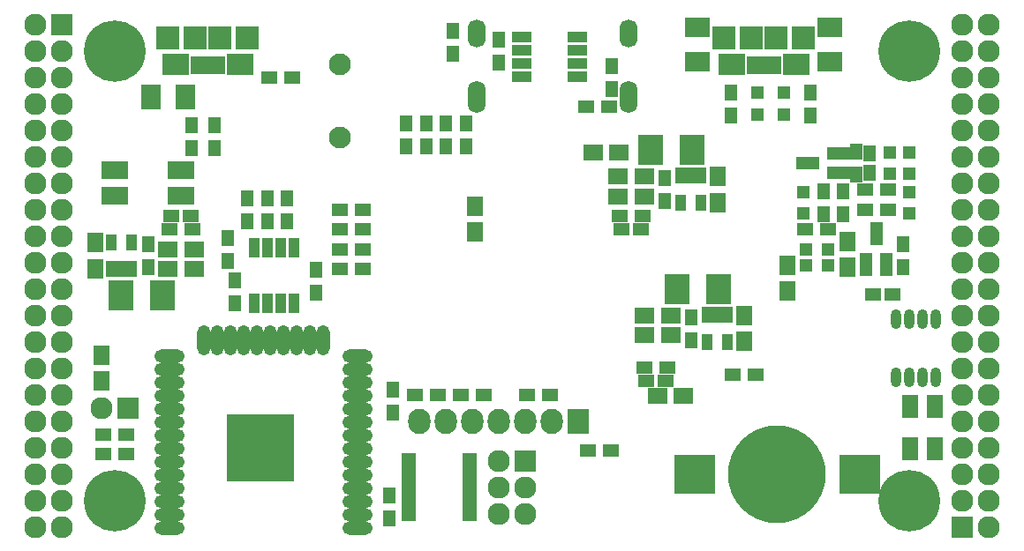
<source format=gbs>
G04 #@! TF.FileFunction,Soldermask,Bot*
%FSLAX46Y46*%
G04 Gerber Fmt 4.6, Leading zero omitted, Abs format (unit mm)*
G04 Created by KiCad (PCBNEW 4.0.5+dfsg1-4) date Thu Jul  6 11:20:48 2017*
%MOMM*%
%LPD*%
G01*
G04 APERTURE LIST*
%ADD10C,0.100000*%
%ADD11R,3.900000X3.700000*%
%ADD12C,9.400000*%
%ADD13R,2.432000X1.924000*%
%ADD14R,2.400000X2.900000*%
%ADD15R,1.100000X1.600000*%
%ADD16R,1.650000X1.900000*%
%ADD17R,1.900000X1.650000*%
%ADD18R,1.924000X2.432000*%
%ADD19O,1.009600X1.873200*%
%ADD20R,1.200000X1.300000*%
%ADD21R,1.300000X1.200000*%
%ADD22C,2.100000*%
%ADD23R,1.200000X2.300000*%
%ADD24R,2.300000X1.200000*%
%ADD25R,1.600000X1.150000*%
%ADD26R,1.150000X1.600000*%
%ADD27R,1.600000X1.300000*%
%ADD28R,1.300000X1.600000*%
%ADD29O,1.700000X3.100000*%
%ADD30O,1.700000X2.700000*%
%ADD31R,1.000000X1.950000*%
%ADD32R,1.950000X1.000000*%
%ADD33O,2.900000X1.300000*%
%ADD34O,1.300000X2.900000*%
%ADD35R,6.400000X6.400000*%
%ADD36R,2.127200X2.127200*%
%ADD37O,2.127200X2.127200*%
%ADD38C,5.900000*%
%ADD39R,1.400000X0.800000*%
%ADD40R,1.600000X2.200000*%
%ADD41R,2.600000X1.800000*%
%ADD42R,2.127200X2.432000*%
%ADD43O,2.127200X2.432000*%
%ADD44R,2.500000X2.000000*%
%ADD45R,2.300000X2.300000*%
%ADD46R,0.800000X1.750000*%
%ADD47R,2.200000X2.300000*%
G04 APERTURE END LIST*
D10*
D11*
X174390000Y-105870000D03*
X158590000Y-105870000D03*
D12*
X166490000Y-105870000D03*
D13*
X171570000Y-62944000D03*
X171570000Y-66246000D03*
D14*
X160870000Y-88090000D03*
X156870000Y-88090000D03*
D15*
X159825000Y-90600000D03*
X160775000Y-90600000D03*
X161725000Y-90600000D03*
X161725000Y-93200000D03*
X159825000Y-93200000D03*
D14*
X158330000Y-74755000D03*
X154330000Y-74755000D03*
D15*
X157285000Y-77235000D03*
X158235000Y-77235000D03*
X159185000Y-77235000D03*
X159185000Y-79835000D03*
X157285000Y-79835000D03*
D14*
X103530000Y-88725000D03*
X107530000Y-88725000D03*
D15*
X104575000Y-86215000D03*
X103625000Y-86215000D03*
X102675000Y-86215000D03*
X102675000Y-83615000D03*
X104575000Y-83615000D03*
D16*
X101085000Y-83665000D03*
X101085000Y-86165000D03*
D17*
X153810000Y-90630000D03*
X156310000Y-90630000D03*
X153810000Y-92535000D03*
X156310000Y-92535000D03*
D16*
X163315000Y-93150000D03*
X163315000Y-90650000D03*
D17*
X151270000Y-79200000D03*
X153770000Y-79200000D03*
X151270000Y-77295000D03*
X153770000Y-77295000D03*
D16*
X160775000Y-79815000D03*
X160775000Y-77315000D03*
D17*
X110590000Y-84280000D03*
X108090000Y-84280000D03*
X110590000Y-86185000D03*
X108090000Y-86185000D03*
D18*
X106419000Y-69675000D03*
X109721000Y-69675000D03*
D13*
X158870000Y-66246000D03*
X158870000Y-62944000D03*
D19*
X181730000Y-96599000D03*
X180460000Y-96599000D03*
X179190000Y-96599000D03*
X177920000Y-96599000D03*
X177920000Y-91011000D03*
X179190000Y-91011000D03*
X180460000Y-91011000D03*
X181730000Y-91011000D03*
D16*
X173221000Y-86038000D03*
X173221000Y-83538000D03*
D20*
X169250000Y-84280000D03*
X171350000Y-84280000D03*
D21*
X179190000Y-80885000D03*
X179190000Y-78785000D03*
X177285000Y-74975000D03*
X177285000Y-77075000D03*
X169030000Y-80885000D03*
X169030000Y-78785000D03*
D22*
X124580000Y-66540000D03*
X124580000Y-73540000D03*
D23*
X176965000Y-85780000D03*
X175065000Y-85780000D03*
X176015000Y-82780000D03*
D24*
X172435000Y-75075000D03*
X172435000Y-76975000D03*
X169435000Y-76025000D03*
D25*
X153910000Y-96910000D03*
X155810000Y-96910000D03*
X151570000Y-82375000D03*
X153470000Y-82375000D03*
X110290000Y-81105000D03*
X108390000Y-81105000D03*
D26*
X175380000Y-75075000D03*
X175380000Y-76975000D03*
D27*
X169200000Y-82375000D03*
X171400000Y-82375000D03*
D28*
X172840000Y-80935000D03*
X172840000Y-78735000D03*
D27*
X177115000Y-80470000D03*
X174915000Y-80470000D03*
D28*
X174110000Y-74925000D03*
X174110000Y-77125000D03*
X178555000Y-83815000D03*
X178555000Y-86015000D03*
X113785000Y-83180000D03*
X113785000Y-85380000D03*
X170935000Y-80935000D03*
X170935000Y-78735000D03*
X129280000Y-107900000D03*
X129280000Y-110100000D03*
D27*
X150572000Y-103584000D03*
X148372000Y-103584000D03*
X177115000Y-78565000D03*
X174915000Y-78565000D03*
X153760000Y-95640000D03*
X155960000Y-95640000D03*
X110440000Y-82375000D03*
X108240000Y-82375000D03*
X151420000Y-81105000D03*
X153620000Y-81105000D03*
D28*
X158235000Y-90800000D03*
X158235000Y-93000000D03*
X106165000Y-86015000D03*
X106165000Y-83815000D03*
X155695000Y-77465000D03*
X155695000Y-79665000D03*
D27*
X126782000Y-86185000D03*
X124582000Y-86185000D03*
X126782000Y-84279000D03*
X124582000Y-84279000D03*
X126782000Y-82375000D03*
X124582000Y-82375000D03*
X126782000Y-80470000D03*
X124582000Y-80470000D03*
D28*
X130930000Y-74417000D03*
X130930000Y-72217000D03*
X132835000Y-74417000D03*
X132835000Y-72217000D03*
X134740000Y-74417000D03*
X134740000Y-72217000D03*
X136645000Y-74417000D03*
X136645000Y-72217000D03*
D29*
X152280000Y-69650000D03*
X137680000Y-69650000D03*
D30*
X137680000Y-63600000D03*
X152280000Y-63600000D03*
D31*
X116325000Y-84120000D03*
X117595000Y-84120000D03*
X118865000Y-84120000D03*
X120135000Y-84120000D03*
X120135000Y-89520000D03*
X118865000Y-89520000D03*
X117595000Y-89520000D03*
X116325000Y-89520000D03*
D25*
X175700000Y-88598000D03*
X177600000Y-88598000D03*
D32*
X141980000Y-67705000D03*
X141980000Y-66435000D03*
X141980000Y-65165000D03*
X141980000Y-63895000D03*
X147380000Y-63895000D03*
X147380000Y-65165000D03*
X147380000Y-66435000D03*
X147380000Y-67705000D03*
D20*
X171350000Y-85804000D03*
X169250000Y-85804000D03*
D21*
X179190000Y-77075000D03*
X179190000Y-74975000D03*
D33*
X126260434Y-111030338D03*
X126260434Y-109760338D03*
X126260434Y-108490338D03*
X126260434Y-107220338D03*
X126260434Y-105950338D03*
X126260434Y-104680338D03*
X126260434Y-103410338D03*
X126260434Y-102140338D03*
X126260434Y-100870338D03*
X126260434Y-99600338D03*
X126260434Y-98330338D03*
X126260434Y-97060338D03*
X126260434Y-95790338D03*
X126260434Y-94520338D03*
D34*
X122975434Y-93030338D03*
X121705434Y-93030338D03*
X120435434Y-93030338D03*
X119165434Y-93030338D03*
X117895434Y-93030338D03*
X116625434Y-93030338D03*
X115355434Y-93030338D03*
X114085434Y-93030338D03*
X112815434Y-93030338D03*
X111545434Y-93030338D03*
D33*
X108260434Y-94520338D03*
X108260434Y-95790338D03*
X108260434Y-97060338D03*
X108260434Y-98330338D03*
X108260434Y-99600338D03*
X108260434Y-100870338D03*
X108260434Y-102140338D03*
X108260434Y-103410338D03*
X108260434Y-104680338D03*
X108260434Y-105950338D03*
X108260434Y-107220338D03*
X108260434Y-108490338D03*
X108260434Y-109760338D03*
X108260434Y-111030338D03*
D35*
X116960434Y-103330338D03*
D36*
X97910000Y-62690000D03*
D37*
X95370000Y-62690000D03*
X97910000Y-65230000D03*
X95370000Y-65230000D03*
X97910000Y-67770000D03*
X95370000Y-67770000D03*
X97910000Y-70310000D03*
X95370000Y-70310000D03*
X97910000Y-72850000D03*
X95370000Y-72850000D03*
X97910000Y-75390000D03*
X95370000Y-75390000D03*
X97910000Y-77930000D03*
X95370000Y-77930000D03*
X97910000Y-80470000D03*
X95370000Y-80470000D03*
X97910000Y-83010000D03*
X95370000Y-83010000D03*
X97910000Y-85550000D03*
X95370000Y-85550000D03*
X97910000Y-88090000D03*
X95370000Y-88090000D03*
X97910000Y-90630000D03*
X95370000Y-90630000D03*
X97910000Y-93170000D03*
X95370000Y-93170000D03*
X97910000Y-95710000D03*
X95370000Y-95710000D03*
X97910000Y-98250000D03*
X95370000Y-98250000D03*
X97910000Y-100790000D03*
X95370000Y-100790000D03*
X97910000Y-103330000D03*
X95370000Y-103330000D03*
X97910000Y-105870000D03*
X95370000Y-105870000D03*
X97910000Y-108410000D03*
X95370000Y-108410000D03*
X97910000Y-110950000D03*
X95370000Y-110950000D03*
D36*
X184270000Y-110950000D03*
D37*
X186810000Y-110950000D03*
X184270000Y-108410000D03*
X186810000Y-108410000D03*
X184270000Y-105870000D03*
X186810000Y-105870000D03*
X184270000Y-103330000D03*
X186810000Y-103330000D03*
X184270000Y-100790000D03*
X186810000Y-100790000D03*
X184270000Y-98250000D03*
X186810000Y-98250000D03*
X184270000Y-95710000D03*
X186810000Y-95710000D03*
X184270000Y-93170000D03*
X186810000Y-93170000D03*
X184270000Y-90630000D03*
X186810000Y-90630000D03*
X184270000Y-88090000D03*
X186810000Y-88090000D03*
X184270000Y-85550000D03*
X186810000Y-85550000D03*
X184270000Y-83010000D03*
X186810000Y-83010000D03*
X184270000Y-80470000D03*
X186810000Y-80470000D03*
X184270000Y-77930000D03*
X186810000Y-77930000D03*
X184270000Y-75390000D03*
X186810000Y-75390000D03*
X184270000Y-72850000D03*
X186810000Y-72850000D03*
X184270000Y-70310000D03*
X186810000Y-70310000D03*
X184270000Y-67770000D03*
X186810000Y-67770000D03*
X184270000Y-65230000D03*
X186810000Y-65230000D03*
X184270000Y-62690000D03*
X186810000Y-62690000D03*
D38*
X102990000Y-108410000D03*
X179190000Y-108410000D03*
X179190000Y-65230000D03*
X102990000Y-65230000D03*
D21*
X167125000Y-69260000D03*
X167125000Y-71360000D03*
X164585000Y-69260000D03*
X164585000Y-71360000D03*
D28*
X162045000Y-71410000D03*
X162045000Y-69210000D03*
X139820000Y-66330000D03*
X139820000Y-64130000D03*
X135375000Y-63300000D03*
X135375000Y-65500000D03*
X150615000Y-68870000D03*
X150615000Y-66670000D03*
D27*
X150380000Y-70600000D03*
X148180000Y-70600000D03*
D39*
X137005000Y-104215000D03*
X137005000Y-104865000D03*
X137005000Y-105515000D03*
X137005000Y-106165000D03*
X137005000Y-106815000D03*
X137005000Y-107465000D03*
X137005000Y-108115000D03*
X137005000Y-108765000D03*
X137005000Y-109415000D03*
X137005000Y-110065000D03*
X131205000Y-110065000D03*
X131205000Y-109415000D03*
X131205000Y-108765000D03*
X131205000Y-108115000D03*
X131205000Y-107465000D03*
X131205000Y-106815000D03*
X131205000Y-106165000D03*
X131205000Y-105515000D03*
X131205000Y-104865000D03*
X131205000Y-104215000D03*
D28*
X119500000Y-79370000D03*
X119500000Y-81570000D03*
X114480000Y-89500000D03*
X114480000Y-87300000D03*
X129660000Y-99985000D03*
X129660000Y-97785000D03*
X117595000Y-79370000D03*
X117595000Y-81570000D03*
X122280000Y-86300000D03*
X122280000Y-88500000D03*
X115690000Y-79370000D03*
X115690000Y-81570000D03*
D27*
X144730000Y-98250000D03*
X142530000Y-98250000D03*
X138380000Y-98250000D03*
X136180000Y-98250000D03*
X133935000Y-98250000D03*
X131735000Y-98250000D03*
X101890000Y-103965000D03*
X104090000Y-103965000D03*
D40*
X179260000Y-99425000D03*
X179260000Y-103425000D03*
X181660000Y-103425000D03*
X181660000Y-99425000D03*
D41*
X109315000Y-79180000D03*
X103015000Y-79180000D03*
X103015000Y-76680000D03*
X109315000Y-76680000D03*
D36*
X104260000Y-99520000D03*
D37*
X101720000Y-99520000D03*
D42*
X147440000Y-100790000D03*
D43*
X144900000Y-100790000D03*
X142360000Y-100790000D03*
X139820000Y-100790000D03*
X137280000Y-100790000D03*
X134740000Y-100790000D03*
X132200000Y-100790000D03*
D27*
X101890000Y-102060000D03*
X104090000Y-102060000D03*
D44*
X108780000Y-66510000D03*
X114980000Y-66510000D03*
D45*
X110680000Y-63960000D03*
X113080000Y-63960000D03*
D46*
X110580000Y-66635000D03*
X111230000Y-66635000D03*
X111880000Y-66635000D03*
X112530000Y-66635000D03*
X113180000Y-66635000D03*
D47*
X108080000Y-63960000D03*
X115680000Y-63960000D03*
D44*
X162120000Y-66510000D03*
X168320000Y-66510000D03*
D45*
X164020000Y-63960000D03*
X166420000Y-63960000D03*
D46*
X163920000Y-66635000D03*
X164570000Y-66635000D03*
X165220000Y-66635000D03*
X165870000Y-66635000D03*
X166520000Y-66635000D03*
D47*
X161420000Y-63960000D03*
X169020000Y-63960000D03*
D16*
X167506000Y-88324000D03*
X167506000Y-85824000D03*
D27*
X164415000Y-96345000D03*
X162215000Y-96345000D03*
D28*
X169665000Y-69210000D03*
X169665000Y-71410000D03*
D36*
X142360000Y-104600000D03*
D37*
X139820000Y-104600000D03*
X142360000Y-107140000D03*
X139820000Y-107140000D03*
X142360000Y-109680000D03*
X139820000Y-109680000D03*
D17*
X155030000Y-98400000D03*
X157530000Y-98400000D03*
D16*
X137480000Y-82650000D03*
X137480000Y-80150000D03*
D17*
X151330000Y-75000000D03*
X148830000Y-75000000D03*
D16*
X101720000Y-94460000D03*
X101720000Y-96960000D03*
D28*
X110356000Y-74585000D03*
X110356000Y-72385000D03*
X112515000Y-74585000D03*
X112515000Y-72385000D03*
D27*
X119965000Y-67770000D03*
X117765000Y-67770000D03*
M02*

</source>
